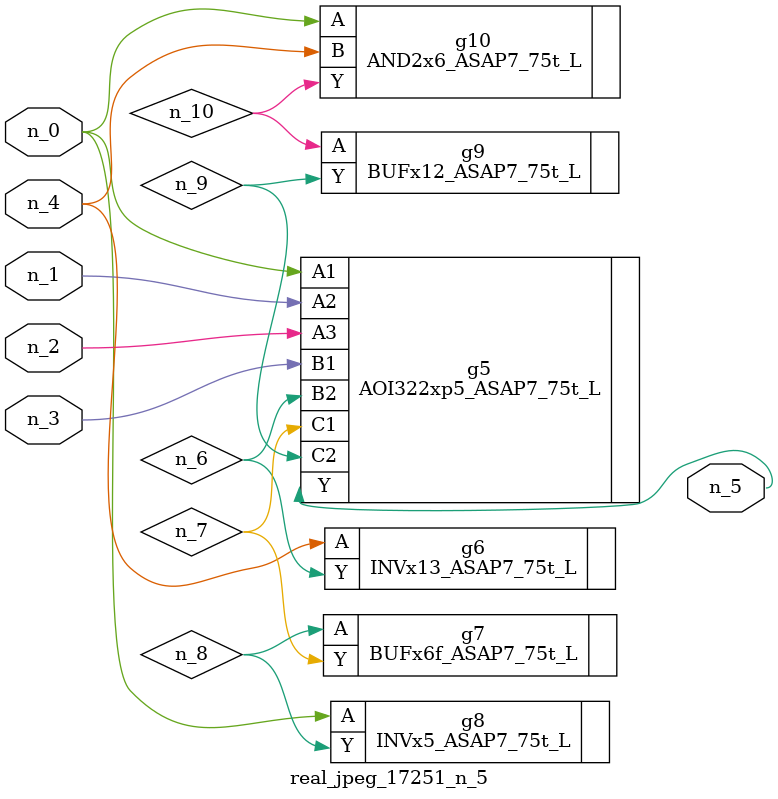
<source format=v>
module real_jpeg_17251_n_5 (n_4, n_0, n_1, n_2, n_3, n_5);

input n_4;
input n_0;
input n_1;
input n_2;
input n_3;

output n_5;

wire n_8;
wire n_6;
wire n_7;
wire n_10;
wire n_9;

AOI322xp5_ASAP7_75t_L g5 ( 
.A1(n_0),
.A2(n_1),
.A3(n_2),
.B1(n_3),
.B2(n_6),
.C1(n_7),
.C2(n_9),
.Y(n_5)
);

INVx5_ASAP7_75t_L g8 ( 
.A(n_0),
.Y(n_8)
);

AND2x6_ASAP7_75t_L g10 ( 
.A(n_0),
.B(n_4),
.Y(n_10)
);

INVx13_ASAP7_75t_L g6 ( 
.A(n_4),
.Y(n_6)
);

BUFx6f_ASAP7_75t_L g7 ( 
.A(n_8),
.Y(n_7)
);

BUFx12_ASAP7_75t_L g9 ( 
.A(n_10),
.Y(n_9)
);


endmodule
</source>
